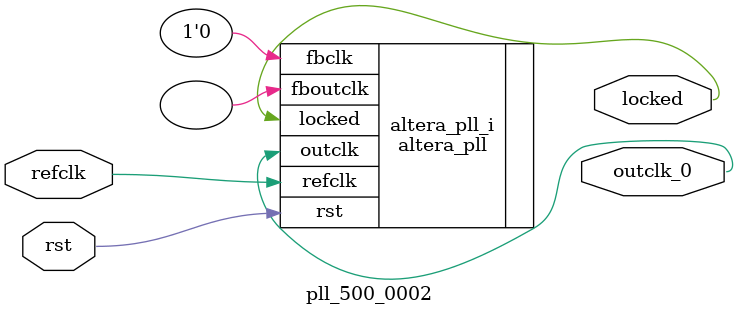
<source format=v>
`timescale 1ns/10ps
module  pll_500_0002(

	// interface 'refclk'
	input wire refclk,

	// interface 'reset'
	input wire rst,

	// interface 'outclk0'
	output wire outclk_0,

	// interface 'locked'
	output wire locked
);

	altera_pll #(
		.fractional_vco_multiplier("false"),
		.reference_clock_frequency("50.0 MHz"),
		.operation_mode("direct"),
		.number_of_clocks(1),
		.output_clock_frequency0("500.000000 MHz"),
		.phase_shift0("0 ps"),
		.duty_cycle0(50),
		.output_clock_frequency1("0 MHz"),
		.phase_shift1("0 ps"),
		.duty_cycle1(50),
		.output_clock_frequency2("0 MHz"),
		.phase_shift2("0 ps"),
		.duty_cycle2(50),
		.output_clock_frequency3("0 MHz"),
		.phase_shift3("0 ps"),
		.duty_cycle3(50),
		.output_clock_frequency4("0 MHz"),
		.phase_shift4("0 ps"),
		.duty_cycle4(50),
		.output_clock_frequency5("0 MHz"),
		.phase_shift5("0 ps"),
		.duty_cycle5(50),
		.output_clock_frequency6("0 MHz"),
		.phase_shift6("0 ps"),
		.duty_cycle6(50),
		.output_clock_frequency7("0 MHz"),
		.phase_shift7("0 ps"),
		.duty_cycle7(50),
		.output_clock_frequency8("0 MHz"),
		.phase_shift8("0 ps"),
		.duty_cycle8(50),
		.output_clock_frequency9("0 MHz"),
		.phase_shift9("0 ps"),
		.duty_cycle9(50),
		.output_clock_frequency10("0 MHz"),
		.phase_shift10("0 ps"),
		.duty_cycle10(50),
		.output_clock_frequency11("0 MHz"),
		.phase_shift11("0 ps"),
		.duty_cycle11(50),
		.output_clock_frequency12("0 MHz"),
		.phase_shift12("0 ps"),
		.duty_cycle12(50),
		.output_clock_frequency13("0 MHz"),
		.phase_shift13("0 ps"),
		.duty_cycle13(50),
		.output_clock_frequency14("0 MHz"),
		.phase_shift14("0 ps"),
		.duty_cycle14(50),
		.output_clock_frequency15("0 MHz"),
		.phase_shift15("0 ps"),
		.duty_cycle15(50),
		.output_clock_frequency16("0 MHz"),
		.phase_shift16("0 ps"),
		.duty_cycle16(50),
		.output_clock_frequency17("0 MHz"),
		.phase_shift17("0 ps"),
		.duty_cycle17(50),
		.pll_type("General"),
		.pll_subtype("General")
	) altera_pll_i (
		.rst	(rst),
		.outclk	({outclk_0}),
		.locked	(locked),
		.fboutclk	( ),
		.fbclk	(1'b0),
		.refclk	(refclk)
	);
endmodule


</source>
